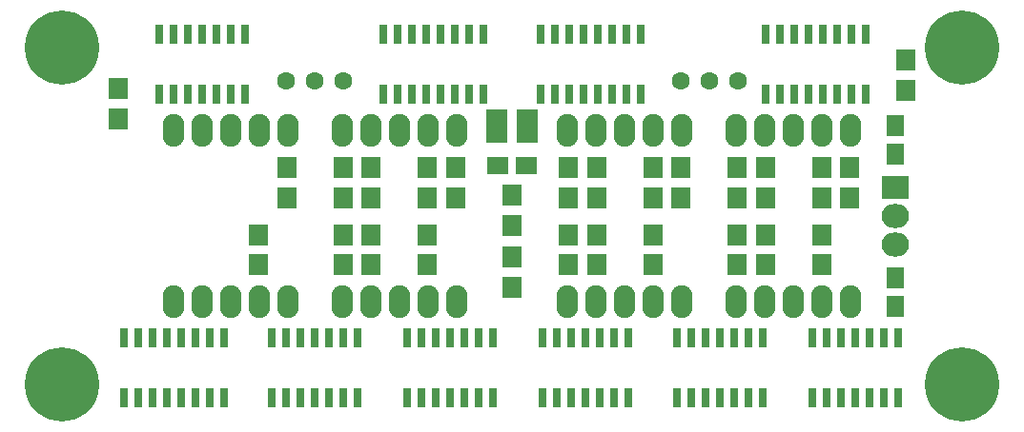
<source format=gbs>
G04 #@! TF.FileFunction,Soldermask,Bot*
%FSLAX46Y46*%
G04 Gerber Fmt 4.6, Leading zero omitted, Abs format (unit mm)*
G04 Created by KiCad (PCBNEW 4.0.6) date Mon May  8 21:00:33 2017*
%MOMM*%
%LPD*%
G01*
G04 APERTURE LIST*
%ADD10C,0.100000*%
%ADD11R,1.700000X1.900000*%
%ADD12C,6.600000*%
%ADD13R,0.740000X1.690000*%
%ADD14R,1.900000X1.650000*%
%ADD15R,2.432000X2.127200*%
%ADD16O,2.432000X2.127200*%
%ADD17O,1.924000X2.924000*%
%ADD18R,1.960000X1.050000*%
%ADD19R,1.650000X1.900000*%
%ADD20C,1.600000*%
G04 APERTURE END LIST*
D10*
D11*
X142500000Y-97650000D03*
X142500000Y-100350000D03*
X142500000Y-94350000D03*
X142500000Y-91650000D03*
D12*
X195000000Y-111000000D03*
X115000000Y-111000000D03*
X115000000Y-81000000D03*
D13*
X181690000Y-106800000D03*
X182960000Y-106800000D03*
X184230000Y-106800000D03*
X185500000Y-106800000D03*
X186770000Y-106800000D03*
X188040000Y-106800000D03*
X189310000Y-106800000D03*
X189310000Y-112200000D03*
X188040000Y-112200000D03*
X185500000Y-112200000D03*
X184230000Y-112200000D03*
X182960000Y-112200000D03*
X181690000Y-112200000D03*
X186770000Y-112200000D03*
X123690000Y-79800000D03*
X124960000Y-79800000D03*
X126230000Y-79800000D03*
X127500000Y-79800000D03*
X128770000Y-79800000D03*
X130040000Y-79800000D03*
X131310000Y-79800000D03*
X131310000Y-85200000D03*
X130040000Y-85200000D03*
X127500000Y-85200000D03*
X126230000Y-85200000D03*
X124960000Y-85200000D03*
X123690000Y-85200000D03*
X128770000Y-85200000D03*
X166445000Y-85200000D03*
X165175000Y-85200000D03*
X163905000Y-85200000D03*
X162635000Y-85200000D03*
X161365000Y-85200000D03*
X160095000Y-85200000D03*
X158825000Y-85200000D03*
X157555000Y-85200000D03*
X157555000Y-79800000D03*
X160095000Y-79800000D03*
X161365000Y-79800000D03*
X162635000Y-79800000D03*
X163905000Y-79800000D03*
X158825000Y-79800000D03*
X165175000Y-79800000D03*
X166445000Y-79800000D03*
D14*
X156250000Y-91500000D03*
X153750000Y-91500000D03*
D15*
X189000000Y-93460000D03*
D16*
X189000000Y-96000000D03*
X189000000Y-98540000D03*
D11*
X190000000Y-84850000D03*
X190000000Y-82150000D03*
X120000000Y-84650000D03*
X120000000Y-87350000D03*
X135000000Y-94350000D03*
X135000000Y-91650000D03*
X132500000Y-97650000D03*
X132500000Y-100350000D03*
X147500000Y-94350000D03*
X147500000Y-91650000D03*
X150000000Y-94350000D03*
X150000000Y-91650000D03*
X147500000Y-97650000D03*
X147500000Y-100350000D03*
X140000000Y-97650000D03*
X140000000Y-100350000D03*
X140000000Y-94350000D03*
X140000000Y-91650000D03*
X155000000Y-94150000D03*
X155000000Y-96850000D03*
X155000000Y-99650000D03*
X155000000Y-102350000D03*
X167500000Y-94350000D03*
X167500000Y-91650000D03*
X170000000Y-94350000D03*
X170000000Y-91650000D03*
X167500000Y-97650000D03*
X167500000Y-100350000D03*
X162500000Y-97650000D03*
X162500000Y-100350000D03*
X160000000Y-97650000D03*
X160000000Y-100350000D03*
X162500000Y-94350000D03*
X162500000Y-91650000D03*
X160000000Y-94350000D03*
X160000000Y-91650000D03*
X182500000Y-94350000D03*
X182500000Y-91650000D03*
X185000000Y-94350000D03*
X185000000Y-91650000D03*
X182500000Y-97650000D03*
X182500000Y-100350000D03*
X177500000Y-97650000D03*
X177500000Y-100350000D03*
X175000000Y-97650000D03*
X175000000Y-100350000D03*
X177500000Y-94350000D03*
X177500000Y-91650000D03*
X175000000Y-94350000D03*
X175000000Y-91650000D03*
D17*
X124920000Y-103620000D03*
X127460000Y-103620000D03*
X130000000Y-103620000D03*
X132540000Y-103620000D03*
X135080000Y-103620000D03*
X135080000Y-88380000D03*
X132540000Y-88380000D03*
X130000000Y-88380000D03*
X127460000Y-88380000D03*
X124920000Y-88380000D03*
X139920000Y-103620000D03*
X142460000Y-103620000D03*
X145000000Y-103620000D03*
X147540000Y-103620000D03*
X150080000Y-103620000D03*
X150080000Y-88380000D03*
X147540000Y-88380000D03*
X145000000Y-88380000D03*
X142460000Y-88380000D03*
X139920000Y-88380000D03*
X159920000Y-103620000D03*
X162460000Y-103620000D03*
X165000000Y-103620000D03*
X167540000Y-103620000D03*
X170080000Y-103620000D03*
X170080000Y-88380000D03*
X167540000Y-88380000D03*
X165000000Y-88380000D03*
X162460000Y-88380000D03*
X159920000Y-88380000D03*
X174920000Y-103620000D03*
X177460000Y-103620000D03*
X180000000Y-103620000D03*
X182540000Y-103620000D03*
X185080000Y-103620000D03*
X185080000Y-88380000D03*
X182540000Y-88380000D03*
X180000000Y-88380000D03*
X177460000Y-88380000D03*
X174920000Y-88380000D03*
D13*
X169690000Y-106800000D03*
X170960000Y-106800000D03*
X172230000Y-106800000D03*
X173500000Y-106800000D03*
X174770000Y-106800000D03*
X176040000Y-106800000D03*
X177310000Y-106800000D03*
X177310000Y-112200000D03*
X176040000Y-112200000D03*
X173500000Y-112200000D03*
X172230000Y-112200000D03*
X170960000Y-112200000D03*
X169690000Y-112200000D03*
X174770000Y-112200000D03*
D18*
X153650000Y-88950000D03*
X153650000Y-88000000D03*
X153650000Y-87050000D03*
X156350000Y-87050000D03*
X156350000Y-88950000D03*
X156350000Y-88000000D03*
D13*
X157690000Y-106800000D03*
X158960000Y-106800000D03*
X160230000Y-106800000D03*
X161500000Y-106800000D03*
X162770000Y-106800000D03*
X164040000Y-106800000D03*
X165310000Y-106800000D03*
X165310000Y-112200000D03*
X164040000Y-112200000D03*
X161500000Y-112200000D03*
X160230000Y-112200000D03*
X158960000Y-112200000D03*
X157690000Y-112200000D03*
X162770000Y-112200000D03*
X145690000Y-106800000D03*
X146960000Y-106800000D03*
X148230000Y-106800000D03*
X149500000Y-106800000D03*
X150770000Y-106800000D03*
X152040000Y-106800000D03*
X153310000Y-106800000D03*
X153310000Y-112200000D03*
X152040000Y-112200000D03*
X149500000Y-112200000D03*
X148230000Y-112200000D03*
X146960000Y-112200000D03*
X145690000Y-112200000D03*
X150770000Y-112200000D03*
X141310000Y-112200000D03*
X140040000Y-112200000D03*
X138770000Y-112200000D03*
X137500000Y-112200000D03*
X136230000Y-112200000D03*
X134960000Y-112200000D03*
X133690000Y-112200000D03*
X133690000Y-106800000D03*
X134960000Y-106800000D03*
X137500000Y-106800000D03*
X138770000Y-106800000D03*
X140040000Y-106800000D03*
X141310000Y-106800000D03*
X136230000Y-106800000D03*
X152445000Y-85200000D03*
X151175000Y-85200000D03*
X149905000Y-85200000D03*
X148635000Y-85200000D03*
X147365000Y-85200000D03*
X146095000Y-85200000D03*
X144825000Y-85200000D03*
X143555000Y-85200000D03*
X143555000Y-79800000D03*
X146095000Y-79800000D03*
X147365000Y-79800000D03*
X148635000Y-79800000D03*
X149905000Y-79800000D03*
X144825000Y-79800000D03*
X151175000Y-79800000D03*
X152445000Y-79800000D03*
X186445000Y-85200000D03*
X185175000Y-85200000D03*
X183905000Y-85200000D03*
X182635000Y-85200000D03*
X181365000Y-85200000D03*
X180095000Y-85200000D03*
X178825000Y-85200000D03*
X177555000Y-85200000D03*
X177555000Y-79800000D03*
X180095000Y-79800000D03*
X181365000Y-79800000D03*
X182635000Y-79800000D03*
X183905000Y-79800000D03*
X178825000Y-79800000D03*
X185175000Y-79800000D03*
X186445000Y-79800000D03*
X129445000Y-112200000D03*
X128175000Y-112200000D03*
X126905000Y-112200000D03*
X125635000Y-112200000D03*
X124365000Y-112200000D03*
X123095000Y-112200000D03*
X121825000Y-112200000D03*
X120555000Y-112200000D03*
X120555000Y-106800000D03*
X123095000Y-106800000D03*
X124365000Y-106800000D03*
X125635000Y-106800000D03*
X126905000Y-106800000D03*
X121825000Y-106800000D03*
X128175000Y-106800000D03*
X129445000Y-106800000D03*
D19*
X189000000Y-104040000D03*
X189000000Y-101540000D03*
X189000000Y-90460000D03*
X189000000Y-87960000D03*
D12*
X195000000Y-81000000D03*
D20*
X140040000Y-84000000D03*
X137500000Y-84000000D03*
X134960000Y-84000000D03*
X175040000Y-84000000D03*
X172500000Y-84000000D03*
X169960000Y-84000000D03*
M02*

</source>
